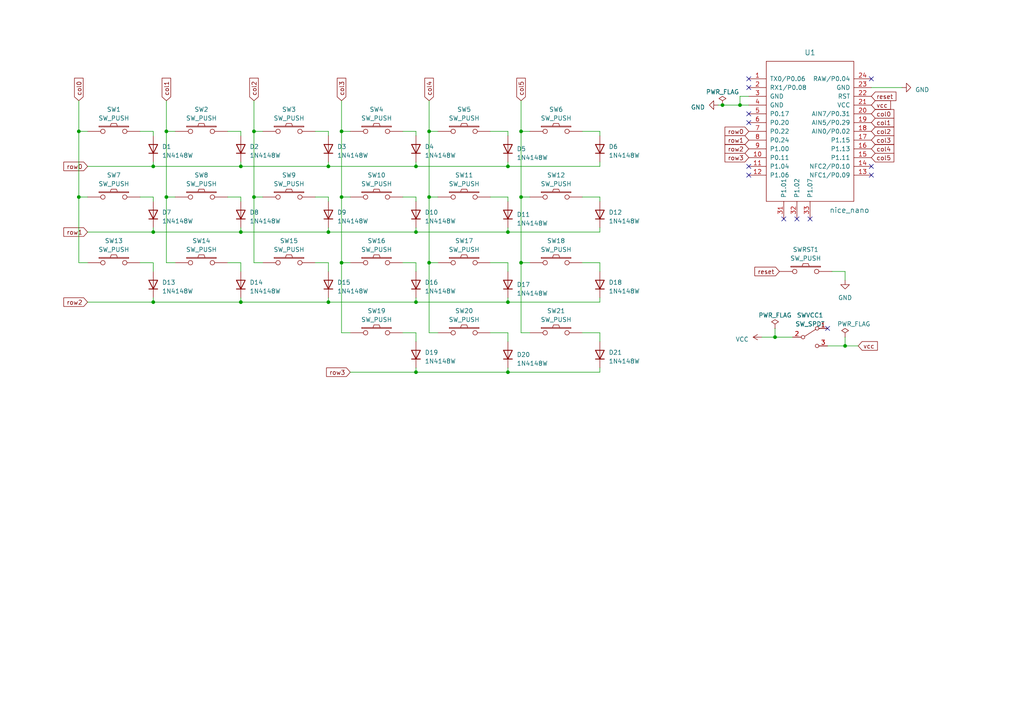
<source format=kicad_sch>
(kicad_sch (version 20230121) (generator eeschema)
  (paper "A4")
  (title_block (title "Corne alike keyboard") (date "2023-02-15") (rev "v1") (comment 2 "https://github.com/rastasheep/corne-alike-kbd") (comment 3 "License: MIT (https://github.com/rastasheep/corne-alike-kbd/blob/main/LICENSE)") (comment 4 "Author: Aleksandar Diklic - @rastasheep"))
  (lib_symbols
    (symbol "corne-alike:1N4148W" (pin_numbers hide) (pin_names hide)
      (property "Reference" "D" (at 0 2.54 0))
      (property "Value" "1N4148W" (at 0 -2.54 0))
      (symbol "1N4148W_0_1"
        (polyline (pts (xy -1.27 1.27) (xy -1.27 -1.27)) (stroke (width 0.254)))
        (polyline (pts (xy 1.27 0) (xy -1.27 0)))
        (polyline (pts (xy 1.27 1.27) (xy 1.27 -1.27) (xy -1.27 0) (xy 1.27 1.27)) (stroke (width 0.254)))
      )
      (symbol "1N4148W_1_1"
        (pin passive line (at -3.81 0 0) (length 2.54) (name "K") (number "1"))
        (pin passive line (at 3.81 0 180) (length 2.54) (name "A") (number "2"))
      )
    )
    (symbol "corne-alike:SW_PUSH" (pin_numbers hide) (pin_names (offset 1.016) hide)
      (property "Reference" "SW" (at 3.81 2.794 0))
      (property "Value" "SW_PUSH" (at 0 -2.032 0))
      (symbol "SW_PUSH_0_1"
        (rectangle (start -4.318 1.27) (end 4.318 1.524))
        (polyline (pts (xy -1.016 1.524) (xy -0.762 2.286) (xy 0.762 2.286) (xy 1.016 1.524)))
        (pin passive inverted (at -7.62 0 0) (length 5.08) (name "1") (number "1"))
        (pin passive inverted (at 7.62 0 180) (length 5.08) (name "2") (number "2"))
      )
    )
    (symbol "corne-alike:SW_SPDT" (pin_names (offset 0) hide)
      (property "Reference" "SW" (at 0 4.318 0))
      (property "Value" "SW_SPDT" (at 0 -5.08 0))
      (symbol "SW_SPDT_0_0"
        (circle (center -2.032 0) (radius 0.508))
        (circle (center 2.032 -2.54) (radius 0.508))
      )
      (symbol "SW_SPDT_0_1"
        (polyline (pts (xy -1.524 0.254) (xy 1.651 2.286)))
        (circle (center 2.032 2.54) (radius 0.508))
      )
      (symbol "SW_SPDT_1_1"
        (pin passive line (at 5.08 2.54 180) (length 2.54) (name "A") (number "1"))
        (pin passive line (at -5.08 0 0) (length 2.54) (name "B") (number "2"))
        (pin passive line (at 5.08 -2.54 180) (length 2.54) (name "C") (number "3"))
      )
    )
    (symbol "corne-alike:nice_nano" (pin_names (offset 1.016))
      (property "Reference" "U" (at -11.43 20.32 0))
      (property "Value" "nice_nano" (at 8.89 -22.86 0))
      (symbol "nice_nano_0_1"
        (rectangle (start -12.7 -21.59) (end 12.7 19.05))
      )
      (symbol "nice_nano_1_1"
        (pin bidirectional line (at -17.78 13.97 0) (length 5.08) (name "TX0/P0.06") (number "1"))
        (pin bidirectional line (at -17.78 -8.89 0) (length 5.08) (name "P0.11") (number "10"))
        (pin bidirectional line (at -17.78 -11.43 0) (length 5.08) (name "P1.04") (number "11"))
        (pin bidirectional line (at -17.78 -13.97 0) (length 5.08) (name "P1.06") (number "12"))
        (pin bidirectional line (at 17.78 -13.97 180) (length 5.08) (name "NFC1/P0.09") (number "13"))
        (pin bidirectional line (at 17.78 -11.43 180) (length 5.08) (name "NFC2/P0.10") (number "14"))
        (pin bidirectional line (at 17.78 -8.89 180) (length 5.08) (name "P1.11") (number "15"))
        (pin bidirectional line (at 17.78 -6.35 180) (length 5.08) (name "P1.13") (number "16"))
        (pin bidirectional line (at 17.78 -3.81 180) (length 5.08) (name "P1.15") (number "17"))
        (pin bidirectional line (at 17.78 -1.27 180) (length 5.08) (name "AIN0/P0.02") (number "18"))
        (pin bidirectional line (at 17.78 1.27 180) (length 5.08) (name "AIN5/P0.29") (number "19"))
        (pin bidirectional line (at -17.78 11.43 0) (length 5.08) (name "RX1/P0.08") (number "2"))
        (pin bidirectional line (at 17.78 3.81 180) (length 5.08) (name "AIN7/P0.31") (number "20"))
        (pin power_in line (at 17.78 6.35 180) (length 5.08) (name "VCC") (number "21"))
        (pin input line (at 17.78 8.89 180) (length 5.08) (name "RST") (number "22"))
        (pin power_in line (at 17.78 11.43 180) (length 5.08) (name "GND") (number "23"))
        (pin power_out line (at 17.78 13.97 180) (length 5.08) (name "RAW/P0.04") (number "24"))
        (pin power_in line (at -17.78 8.89 0) (length 5.08) (name "GND") (number "3"))
        (pin bidirectional line (at -7.62 -26.67 90) (length 5.08) (name "P1.01") (number "31"))
        (pin bidirectional line (at -3.81 -26.67 90) (length 5.08) (name "P1.02") (number "32"))
        (pin bidirectional line (at 0 -26.67 90) (length 5.08) (name "P1.07") (number "33"))
        (pin power_in line (at -17.78 6.35 0) (length 5.08) (name "GND") (number "4"))
        (pin bidirectional line (at -17.78 3.81 0) (length 5.08) (name "P0.17") (number "5"))
        (pin bidirectional line (at -17.78 1.27 0) (length 5.08) (name "P0.20") (number "6"))
        (pin bidirectional line (at -17.78 -1.27 0) (length 5.08) (name "P0.22") (number "7"))
        (pin bidirectional line (at -17.78 -3.81 0) (length 5.08) (name "P0.24") (number "8"))
        (pin bidirectional line (at -17.78 -6.35 0) (length 5.08) (name "P1.00") (number "9"))
      )
    )
    (symbol "power:GND" (power) (pin_names (offset 0))
      (property "Value" "GND" (at 0 -3.81 0))
      (symbol "GND_0_1"
        (polyline (pts (xy 0 0) (xy 0 -1.27) (xy 1.27 -1.27) (xy 0 -2.54) (xy -1.27 -1.27) (xy 0 -1.27)))
      )
      (symbol "GND_1_1"
        (pin power_in line (at 0 0 270) (length 0) hide (name "GND") (number "1"))
      )
    )
    (symbol "power:PWR_FLAG" (power) (pin_numbers hide) (pin_names (offset 0) hide)
      (property "Value" "PWR_FLAG" (at 0 3.81 0))
      (symbol "PWR_FLAG_0_0"
        (pin power_out line (at 0 0 90) (length 0) (name "pwr") (number "1"))
      )
      (symbol "PWR_FLAG_0_1"
        (polyline (pts (xy 0 0) (xy 0 1.27) (xy -1.016 1.905) (xy 0 2.54) (xy 1.016 1.905) (xy 0 1.27)))
      )
    )
    (symbol "power:VCC" (power) (pin_names (offset 0))
      (property "Value" "VCC" (at 0 3.81 0))
      (symbol "VCC_0_1"
        (polyline (pts (xy -0.762 1.27) (xy 0 2.54)))
        (polyline (pts (xy 0 0) (xy 0 2.54)))
        (polyline (pts (xy 0 2.54) (xy 0.762 1.27)))
      )
      (symbol "VCC_1_1"
        (pin power_in line (at 0 0 90) (length 0) hide (name "VCC") (number "1"))
      )
    )
  )
  (junction (at 120.65 48.26))
  (junction (at 44.45 87.63))
  (junction (at 120.65 67.31))
  (junction (at 69.85 48.26))
  (junction (at 151.13 76.2))
  (junction (at 124.46 38.1))
  (junction (at 209.55 30.48))
  (junction (at 95.25 87.63))
  (junction (at 73.66 38.1))
  (junction (at 124.46 76.2))
  (junction (at 22.86 57.15))
  (junction (at 147.32 48.26))
  (junction (at 69.85 67.31))
  (junction (at 147.32 67.31))
  (junction (at 73.66 57.15))
  (junction (at 120.65 107.95))
  (junction (at 95.25 48.26))
  (junction (at 124.46 57.15))
  (junction (at 48.26 57.15))
  (junction (at 44.45 48.26))
  (junction (at 147.32 87.63))
  (junction (at 99.06 38.1))
  (junction (at 99.06 76.2))
  (junction (at 44.45 67.31))
  (junction (at 99.06 57.15))
  (junction (at 224.79 97.79))
  (junction (at 95.25 67.31))
  (junction (at 48.26 38.1))
  (junction (at 69.85 87.63))
  (junction (at 120.65 87.63))
  (junction (at 151.13 57.15))
  (junction (at 147.32 107.95))
  (junction (at 214.63 30.48))
  (junction (at 151.13 38.1))
  (junction (at 245.11 100.33))
  (junction (at 22.86 38.1))
  (no_connect (at 252.73 48.26))
  (no_connect (at 217.17 48.26))
  (no_connect (at 252.73 22.86))
  (no_connect (at 217.17 50.8))
  (no_connect (at 217.17 33.02))
  (no_connect (at 252.73 50.8))
  (no_connect (at 227.33 63.5))
  (no_connect (at 217.17 25.4))
  (no_connect (at 217.17 22.86))
  (no_connect (at 217.17 35.56))
  (no_connect (at 240.03 95.25))
  (no_connect (at 234.95 63.5))
  (no_connect (at 231.14 63.5))
  (wire (pts (xy 209.55 30.48) (xy 214.63 30.48)))
  (wire (pts (xy 25.4 67.31) (xy 44.45 67.31)))
  (wire (pts (xy 44.45 76.2) (xy 44.45 78.74)))
  (wire (pts (xy 48.26 76.2) (xy 50.8 76.2)))
  (wire (pts (xy 48.26 38.1) (xy 50.8 38.1)))
  (wire (pts (xy 48.26 38.1) (xy 48.26 57.15)))
  (wire (pts (xy 151.13 76.2) (xy 153.67 76.2)))
  (wire (pts (xy 173.99 96.52) (xy 173.99 99.06)))
  (wire (pts (xy 124.46 76.2) (xy 127 76.2)))
  (wire (pts (xy 173.99 86.36) (xy 173.99 87.63)))
  (wire (pts (xy 120.65 86.36) (xy 120.65 87.63)))
  (wire (pts (xy 69.85 38.1) (xy 69.85 39.37)))
  (wire (pts (xy 168.91 96.52) (xy 173.99 96.52)))
  (wire (pts (xy 151.13 96.52) (xy 153.67 96.52)))
  (wire (pts (xy 99.06 38.1) (xy 99.06 57.15)))
  (wire (pts (xy 48.26 57.15) (xy 50.8 57.15)))
  (wire (pts (xy 95.25 86.36) (xy 95.25 87.63)))
  (wire (pts (xy 224.79 97.79) (xy 229.87 97.79)))
  (wire (pts (xy 69.85 46.99) (xy 69.85 48.26)))
  (wire (pts (xy 40.64 38.1) (xy 44.45 38.1)))
  (wire (pts (xy 120.65 87.63) (xy 147.32 87.63)))
  (wire (pts (xy 245.11 81.28) (xy 245.11 78.74)))
  (wire (pts (xy 69.85 48.26) (xy 95.25 48.26)))
  (wire (pts (xy 25.4 87.63) (xy 44.45 87.63)))
  (wire (pts (xy 44.45 67.31) (xy 44.45 66.04)))
  (wire (pts (xy 95.25 57.15) (xy 91.44 57.15)))
  (wire (pts (xy 173.99 38.1) (xy 173.99 39.37)))
  (wire (pts (xy 147.32 76.2) (xy 147.32 78.74)))
  (wire (pts (xy 224.79 95.25) (xy 224.79 97.79)))
  (wire (pts (xy 252.73 25.4) (xy 261.62 25.4)))
  (wire (pts (xy 120.65 58.42) (xy 120.65 57.15)))
  (wire (pts (xy 73.66 38.1) (xy 76.2 38.1)))
  (wire (pts (xy 120.65 107.95) (xy 147.32 107.95)))
  (wire (pts (xy 173.99 76.2) (xy 173.99 78.74)))
  (wire (pts (xy 95.25 38.1) (xy 95.25 39.37)))
  (wire (pts (xy 147.32 48.26) (xy 173.99 48.26)))
  (wire (pts (xy 91.44 38.1) (xy 95.25 38.1)))
  (wire (pts (xy 142.24 96.52) (xy 147.32 96.52)))
  (wire (pts (xy 168.91 38.1) (xy 173.99 38.1)))
  (wire (pts (xy 124.46 29.21) (xy 124.46 38.1)))
  (wire (pts (xy 214.63 30.48) (xy 217.17 30.48)))
  (wire (pts (xy 95.25 46.99) (xy 95.25 48.26)))
  (wire (pts (xy 95.25 48.26) (xy 120.65 48.26)))
  (wire (pts (xy 240.03 100.33) (xy 245.11 100.33)))
  (wire (pts (xy 168.91 57.15) (xy 173.99 57.15)))
  (wire (pts (xy 173.99 66.04) (xy 173.99 67.31)))
  (wire (pts (xy 44.45 86.36) (xy 44.45 87.63)))
  (wire (pts (xy 44.45 87.63) (xy 69.85 87.63)))
  (wire (pts (xy 40.64 57.15) (xy 44.45 57.15)))
  (wire (pts (xy 120.65 57.15) (xy 116.84 57.15)))
  (wire (pts (xy 124.46 96.52) (xy 127 96.52)))
  (wire (pts (xy 44.45 48.26) (xy 69.85 48.26)))
  (wire (pts (xy 69.85 87.63) (xy 95.25 87.63)))
  (wire (pts (xy 120.65 67.31) (xy 147.32 67.31)))
  (wire (pts (xy 73.66 29.21) (xy 73.66 38.1)))
  (wire (pts (xy 73.66 76.2) (xy 76.2 76.2)))
  (wire (pts (xy 151.13 38.1) (xy 153.67 38.1)))
  (wire (pts (xy 147.32 57.15) (xy 147.32 58.42)))
  (wire (pts (xy 44.45 57.15) (xy 44.45 58.42)))
  (wire (pts (xy 147.32 46.99) (xy 147.32 48.26)))
  (wire (pts (xy 44.45 67.31) (xy 69.85 67.31)))
  (wire (pts (xy 69.85 57.15) (xy 69.85 58.42)))
  (wire (pts (xy 245.11 78.74) (xy 241.3 78.74)))
  (wire (pts (xy 25.4 38.1) (xy 22.86 38.1)))
  (wire (pts (xy 147.32 96.52) (xy 147.32 99.06)))
  (wire (pts (xy 95.25 78.74) (xy 95.25 76.2)))
  (wire (pts (xy 40.64 76.2) (xy 44.45 76.2)))
  (wire (pts (xy 73.66 57.15) (xy 73.66 76.2)))
  (wire (pts (xy 116.84 96.52) (xy 120.65 96.52)))
  (wire (pts (xy 147.32 87.63) (xy 173.99 87.63)))
  (wire (pts (xy 120.65 48.26) (xy 147.32 48.26)))
  (wire (pts (xy 22.86 38.1) (xy 22.86 57.15)))
  (wire (pts (xy 173.99 106.68) (xy 173.99 107.95)))
  (wire (pts (xy 120.65 46.99) (xy 120.65 48.26)))
  (wire (pts (xy 151.13 29.21) (xy 151.13 38.1)))
  (wire (pts (xy 95.25 67.31) (xy 120.65 67.31)))
  (wire (pts (xy 151.13 38.1) (xy 151.13 57.15)))
  (wire (pts (xy 22.86 29.21) (xy 22.86 38.1)))
  (wire (pts (xy 116.84 76.2) (xy 120.65 76.2)))
  (wire (pts (xy 124.46 57.15) (xy 127 57.15)))
  (wire (pts (xy 147.32 107.95) (xy 173.99 107.95)))
  (wire (pts (xy 99.06 57.15) (xy 99.06 76.2)))
  (wire (pts (xy 120.65 106.68) (xy 120.65 107.95)))
  (wire (pts (xy 22.86 57.15) (xy 25.4 57.15)))
  (wire (pts (xy 69.85 76.2) (xy 69.85 78.74)))
  (wire (pts (xy 22.86 57.15) (xy 22.86 76.2)))
  (wire (pts (xy 44.45 46.99) (xy 44.45 48.26)))
  (wire (pts (xy 95.25 87.63) (xy 120.65 87.63)))
  (wire (pts (xy 99.06 57.15) (xy 101.6 57.15)))
  (wire (pts (xy 69.85 86.36) (xy 69.85 87.63)))
  (wire (pts (xy 142.24 38.1) (xy 147.32 38.1)))
  (wire (pts (xy 124.46 38.1) (xy 124.46 57.15)))
  (wire (pts (xy 173.99 48.26) (xy 173.99 46.99)))
  (wire (pts (xy 147.32 86.36) (xy 147.32 87.63)))
  (wire (pts (xy 116.84 38.1) (xy 120.65 38.1)))
  (wire (pts (xy 120.65 38.1) (xy 120.65 39.37)))
  (wire (pts (xy 66.04 76.2) (xy 69.85 76.2)))
  (wire (pts (xy 147.32 106.68) (xy 147.32 107.95)))
  (wire (pts (xy 99.06 76.2) (xy 99.06 96.52)))
  (wire (pts (xy 214.63 27.94) (xy 214.63 30.48)))
  (wire (pts (xy 120.65 66.04) (xy 120.65 67.31)))
  (wire (pts (xy 44.45 38.1) (xy 44.45 39.37)))
  (wire (pts (xy 124.46 38.1) (xy 127 38.1)))
  (wire (pts (xy 120.65 96.52) (xy 120.65 99.06)))
  (wire (pts (xy 151.13 57.15) (xy 153.67 57.15)))
  (wire (pts (xy 91.44 76.2) (xy 95.25 76.2)))
  (wire (pts (xy 147.32 67.31) (xy 173.99 67.31)))
  (wire (pts (xy 48.26 57.15) (xy 48.26 76.2)))
  (wire (pts (xy 147.32 38.1) (xy 147.32 39.37)))
  (wire (pts (xy 101.6 107.95) (xy 120.65 107.95)))
  (wire (pts (xy 66.04 57.15) (xy 69.85 57.15)))
  (wire (pts (xy 99.06 76.2) (xy 101.6 76.2)))
  (wire (pts (xy 208.28 30.48) (xy 209.55 30.48)))
  (wire (pts (xy 142.24 76.2) (xy 147.32 76.2)))
  (wire (pts (xy 73.66 38.1) (xy 73.66 57.15)))
  (wire (pts (xy 245.11 97.79) (xy 245.11 100.33)))
  (wire (pts (xy 95.25 66.04) (xy 95.25 67.31)))
  (wire (pts (xy 22.86 76.2) (xy 25.4 76.2)))
  (wire (pts (xy 124.46 76.2) (xy 124.46 96.52)))
  (wire (pts (xy 173.99 57.15) (xy 173.99 58.42)))
  (wire (pts (xy 245.11 100.33) (xy 248.92 100.33)))
  (wire (pts (xy 217.17 27.94) (xy 214.63 27.94)))
  (wire (pts (xy 147.32 66.04) (xy 147.32 67.31)))
  (wire (pts (xy 124.46 57.15) (xy 124.46 76.2)))
  (wire (pts (xy 220.98 97.79) (xy 224.79 97.79)))
  (wire (pts (xy 73.66 57.15) (xy 76.2 57.15)))
  (wire (pts (xy 120.65 76.2) (xy 120.65 78.74)))
  (wire (pts (xy 168.91 76.2) (xy 173.99 76.2)))
  (wire (pts (xy 95.25 58.42) (xy 95.25 57.15)))
  (wire (pts (xy 25.4 48.26) (xy 44.45 48.26)))
  (wire (pts (xy 99.06 29.21) (xy 99.06 38.1)))
  (wire (pts (xy 151.13 57.15) (xy 151.13 76.2)))
  (wire (pts (xy 142.24 57.15) (xy 147.32 57.15)))
  (wire (pts (xy 151.13 76.2) (xy 151.13 96.52)))
  (wire (pts (xy 69.85 67.31) (xy 95.25 67.31)))
  (wire (pts (xy 99.06 96.52) (xy 101.6 96.52)))
  (wire (pts (xy 69.85 67.31) (xy 69.85 66.04)))
  (wire (pts (xy 99.06 38.1) (xy 101.6 38.1)))
  (wire (pts (xy 48.26 29.21) (xy 48.26 38.1)))
  (wire (pts (xy 66.04 38.1) (xy 69.85 38.1)))
  (global_label "vcc" (shape input) (at 248.92 100.33 0) (property "Intersheetrefs" "${INTERSHEET_REFS}" (effects hide)))
  (global_label "col1" (shape input) (at 48.26 29.21 90) (property "Intersheetrefs" "${INTERSHEET_REFS}" (effects hide)))
  (global_label "col3" (shape input) (at 99.06 29.21 90) (property "Intersheetrefs" "${INTERSHEET_REFS}" (effects hide)))
  (global_label "col4" (shape input) (at 252.73 43.18 0) (property "Intersheetrefs" "${INTERSHEET_REFS}" (effects hide)))
  (global_label "row3" (shape input) (at 101.6 107.95 180) (property "Intersheetrefs" "${INTERSHEET_REFS}" (effects hide)))
  (global_label "col1" (shape input) (at 252.73 35.56 0) (property "Intersheetrefs" "${INTERSHEET_REFS}" (effects hide)))
  (global_label "row1" (shape input) (at 217.17 40.64 180) (property "Intersheetrefs" "${INTERSHEET_REFS}" (effects hide)))
  (global_label "row3" (shape input) (at 217.17 45.72 180) (property "Intersheetrefs" "${INTERSHEET_REFS}" (effects hide)))
  (global_label "row2" (shape input) (at 217.17 43.18 180) (property "Intersheetrefs" "${INTERSHEET_REFS}" (effects hide)))
  (global_label "reset" (shape input) (at 252.73 27.94 0) (property "Intersheetrefs" "${INTERSHEET_REFS}" (effects hide)))
  (global_label "row0" (shape input) (at 25.4 48.26 180) (property "Intersheetrefs" "${INTERSHEET_REFS}" (effects hide)))
  (global_label "col2" (shape input) (at 73.66 29.21 90) (property "Intersheetrefs" "${INTERSHEET_REFS}" (effects hide)))
  (global_label "vcc" (shape input) (at 252.73 30.48 0) (property "Intersheetrefs" "${INTERSHEET_REFS}" (effects hide)))
  (global_label "row1" (shape input) (at 25.4 67.31 180) (property "Intersheetrefs" "${INTERSHEET_REFS}" (effects hide)))
  (global_label "row2" (shape input) (at 25.4 87.63 180) (property "Intersheetrefs" "${INTERSHEET_REFS}" (effects hide)))
  (global_label "col5" (shape input) (at 151.13 29.21 90) (property "Intersheetrefs" "${INTERSHEET_REFS}" (effects hide)))
  (global_label "col5" (shape input) (at 252.73 45.72 0) (property "Intersheetrefs" "${INTERSHEET_REFS}" (effects hide)))
  (global_label "col0" (shape input) (at 22.86 29.21 90) (property "Intersheetrefs" "${INTERSHEET_REFS}" (effects hide)))
  (global_label "row0" (shape input) (at 217.17 38.1 180) (property "Intersheetrefs" "${INTERSHEET_REFS}" (effects hide)))
  (global_label "col0" (shape input) (at 252.73 33.02 0) (property "Intersheetrefs" "${INTERSHEET_REFS}" (effects hide)))
  (global_label "col2" (shape input) (at 252.73 38.1 0) (property "Intersheetrefs" "${INTERSHEET_REFS}" (effects hide)))
  (global_label "reset" (shape input) (at 226.06 78.74 180) (property "Intersheetrefs" "${INTERSHEET_REFS}" (effects hide)))
  (global_label "col4" (shape input) (at 124.46 29.21 90) (property "Intersheetrefs" "${INTERSHEET_REFS}" (effects hide)))
  (global_label "col3" (shape input) (at 252.73 40.64 0) (property "Intersheetrefs" "${INTERSHEET_REFS}" (effects hide)))
  (symbol (lib_id "corne-alike:SW_PUSH") (at 161.29 96.52 0) (unit 1)
    (property "Reference" "SW21" (at 161.29 90.17 0))
    (property "Value" "SW_PUSH" (at 161.29 92.71 0))
    (property "Footprint" "corne-alike:Kailh_PG1350" (effects hide))
  )
  (symbol (lib_id "corne-alike:SW_PUSH") (at 58.42 76.2 0) (unit 1)
    (property "Reference" "SW14" (at 58.42 69.85 0))
    (property "Value" "SW_PUSH" (at 58.42 72.39 0))
    (property "Footprint" "corne-alike:Kailh_PG1350" (effects hide))
  )
  (symbol (lib_id "corne-alike:1N4148W") (at 44.45 43.18 90) (unit 1)
    (property "Reference" "D1" (at 46.99 42.545 90) (effects (justify right)))
    (property "Value" "1N4148W" (at 46.99 45.085 90) (effects (justify right)))
    (property "Footprint" "corne-alike:D_SOD-123" (effects hide))
    (property "Datasheet" "https://www.vishay.com/docs/85748/1n4148w.pdf" (effects hide))
    (property "Sim.Device" "D" (effects hide))
    (property "Sim.Pins" "1=K 2=A" (effects hide))
  )
  (symbol (lib_id "power:GND") (at 208.28 30.48 270) (unit 1)
    (property "Reference" "#PWR04" (effects hide))
    (property "Value" "GND" (at 204.47 31.115 90) (effects (justify right)))
  )
  (symbol (lib_id "corne-alike:1N4148W") (at 120.65 62.23 90) (unit 1)
    (property "Reference" "D10" (at 123.19 61.595 90) (effects (justify right)))
    (property "Value" "1N4148W" (at 123.19 64.135 90) (effects (justify right)))
    (property "Footprint" "corne-alike:D_SOD-123" (effects hide))
    (property "Datasheet" "https://www.vishay.com/docs/85748/1n4148w.pdf" (effects hide))
    (property "Sim.Device" "D" (effects hide))
    (property "Sim.Pins" "1=K 2=A" (effects hide))
  )
  (symbol (lib_id "power:GND") (at 245.11 81.28 0) (unit 1)
    (property "Reference" "#PWR02" (effects hide))
    (property "Value" "GND" (at 245.11 86.36 0))
  )
  (symbol (lib_id "power:PWR_FLAG") (at 224.79 95.25 0) (unit 1)
    (property "Reference" "#FLG01" (effects hide))
    (property "Value" "PWR_FLAG" (at 224.79 91.44 0))
  )
  (symbol (lib_id "corne-alike:1N4148W") (at 173.99 62.23 90) (unit 1)
    (property "Reference" "D12" (at 176.53 61.595 90) (effects (justify right)))
    (property "Value" "1N4148W" (at 176.53 64.135 90) (effects (justify right)))
    (property "Footprint" "corne-alike:D_SOD-123" (effects hide))
    (property "Datasheet" "https://www.vishay.com/docs/85748/1n4148w.pdf" (effects hide))
    (property "Sim.Device" "D" (effects hide))
    (property "Sim.Pins" "1=K 2=A" (effects hide))
  )
  (symbol (lib_id "corne-alike:1N4148W") (at 95.25 43.18 90) (unit 1)
    (property "Reference" "D3" (at 97.79 42.545 90) (effects (justify right)))
    (property "Value" "1N4148W" (at 97.79 45.085 90) (effects (justify right)))
    (property "Footprint" "corne-alike:D_SOD-123" (effects hide))
    (property "Datasheet" "https://www.vishay.com/docs/85748/1n4148w.pdf" (effects hide))
    (property "Sim.Device" "D" (effects hide))
    (property "Sim.Pins" "1=K 2=A" (effects hide))
  )
  (symbol (lib_id "corne-alike:SW_PUSH") (at 58.42 38.1 0) (unit 1)
    (property "Reference" "SW2" (at 58.42 31.75 0))
    (property "Value" "SW_PUSH" (at 58.42 34.29 0))
    (property "Footprint" "corne-alike:Kailh_PG1350" (effects hide))
  )
  (symbol (lib_id "corne-alike:SW_PUSH") (at 161.29 57.15 0) (unit 1)
    (property "Reference" "SW12" (at 161.29 50.8 0))
    (property "Value" "SW_PUSH" (at 161.29 53.34 0))
    (property "Footprint" "corne-alike:Kailh_PG1350" (effects hide))
  )
  (symbol (lib_id "corne-alike:SW_PUSH") (at 134.62 96.52 0) (unit 1)
    (property "Reference" "SW20" (at 134.62 90.17 0))
    (property "Value" "SW_PUSH" (at 134.62 92.71 0))
    (property "Footprint" "corne-alike:Kailh_PG1350" (effects hide))
  )
  (symbol (lib_id "corne-alike:SW_SPDT") (at 234.95 97.79 0) (unit 1)
    (property "Reference" "SWVCC1" (at 234.95 91.44 0))
    (property "Value" "SW_SPDT" (at 234.95 93.98 0))
    (property "Footprint" "corne-alike:SW_EG1218" (effects hide))
  )
  (symbol (lib_id "power:GND") (at 261.62 25.4 90) (unit 1)
    (property "Reference" "#PWR01" (effects hide))
    (property "Value" "GND" (at 265.43 26.035 90) (effects (justify right)))
  )
  (symbol (lib_id "corne-alike:SW_PUSH") (at 58.42 57.15 0) (unit 1)
    (property "Reference" "SW8" (at 58.42 50.8 0))
    (property "Value" "SW_PUSH" (at 58.42 53.34 0))
    (property "Footprint" "corne-alike:Kailh_PG1350" (effects hide))
  )
  (symbol (lib_id "corne-alike:SW_PUSH") (at 161.29 76.2 0) (unit 1)
    (property "Reference" "SW18" (at 161.29 69.85 0))
    (property "Value" "SW_PUSH" (at 161.29 72.39 0))
    (property "Footprint" "corne-alike:Kailh_PG1350" (effects hide))
  )
  (symbol (lib_id "corne-alike:1N4148W") (at 69.85 43.18 90) (unit 1)
    (property "Reference" "D2" (at 72.39 42.545 90) (effects (justify right)))
    (property "Value" "1N4148W" (at 72.39 45.085 90) (effects (justify right)))
    (property "Footprint" "corne-alike:D_SOD-123" (effects hide))
    (property "Datasheet" "https://www.vishay.com/docs/85748/1n4148w.pdf" (effects hide))
    (property "Sim.Device" "D" (effects hide))
    (property "Sim.Pins" "1=K 2=A" (effects hide))
  )
  (symbol (lib_id "corne-alike:1N4148W") (at 69.85 82.55 90) (unit 1)
    (property "Reference" "D14" (at 72.39 81.915 90) (effects (justify right)))
    (property "Value" "1N4148W" (at 72.39 84.455 90) (effects (justify right)))
    (property "Footprint" "corne-alike:D_SOD-123" (effects hide))
    (property "Datasheet" "https://www.vishay.com/docs/85748/1n4148w.pdf" (effects hide))
    (property "Sim.Device" "D" (effects hide))
    (property "Sim.Pins" "1=K 2=A" (effects hide))
  )
  (symbol (lib_id "corne-alike:1N4148W") (at 120.65 102.87 90) (unit 1)
    (property "Reference" "D19" (at 123.19 102.235 90) (effects (justify right)))
    (property "Value" "1N4148W" (at 123.19 104.775 90) (effects (justify right)))
    (property "Footprint" "corne-alike:D_SOD-123" (effects hide))
    (property "Datasheet" "https://www.vishay.com/docs/85748/1n4148w.pdf" (effects hide))
    (property "Sim.Device" "D" (effects hide))
    (property "Sim.Pins" "1=K 2=A" (effects hide))
  )
  (symbol (lib_id "corne-alike:1N4148W") (at 147.32 43.18 90) (unit 1)
    (property "Reference" "D5" (at 149.86 43.18 90) (effects (justify right)))
    (property "Value" "1N4148W" (at 149.86 45.72 90) (effects (justify right)))
    (property "Footprint" "corne-alike:D_SOD-123" (effects hide))
    (property "Datasheet" "https://www.vishay.com/docs/85748/1n4148w.pdf" (effects hide))
    (property "Sim.Device" "D" (effects hide))
    (property "Sim.Pins" "1=K 2=A" (effects hide))
  )
  (symbol (lib_id "corne-alike:SW_PUSH") (at 83.82 76.2 0) (unit 1)
    (property "Reference" "SW15" (at 83.82 69.85 0))
    (property "Value" "SW_PUSH" (at 83.82 72.39 0))
    (property "Footprint" "corne-alike:Kailh_PG1350" (effects hide))
  )
  (symbol (lib_id "corne-alike:SW_PUSH") (at 161.29 38.1 0) (unit 1)
    (property "Reference" "SW6" (at 161.29 31.75 0))
    (property "Value" "SW_PUSH" (at 161.29 34.29 0))
    (property "Footprint" "corne-alike:Kailh_PG1350" (effects hide))
  )
  (symbol (lib_id "corne-alike:SW_PUSH") (at 83.82 57.15 0) (unit 1)
    (property "Reference" "SW9" (at 83.82 50.8 0))
    (property "Value" "SW_PUSH" (at 83.82 53.34 0))
    (property "Footprint" "corne-alike:Kailh_PG1350" (effects hide))
  )
  (symbol (lib_id "corne-alike:SW_PUSH") (at 109.22 57.15 0) (unit 1)
    (property "Reference" "SW10" (at 109.22 50.8 0))
    (property "Value" "SW_PUSH" (at 109.22 53.34 0))
    (property "Footprint" "corne-alike:Kailh_PG1350" (effects hide))
  )
  (symbol (lib_id "corne-alike:1N4148W") (at 120.65 82.55 90) (unit 1)
    (property "Reference" "D16" (at 123.19 81.915 90) (effects (justify right)))
    (property "Value" "1N4148W" (at 123.19 84.455 90) (effects (justify right)))
    (property "Footprint" "corne-alike:D_SOD-123" (effects hide))
    (property "Datasheet" "https://www.vishay.com/docs/85748/1n4148w.pdf" (effects hide))
    (property "Sim.Device" "D" (effects hide))
    (property "Sim.Pins" "1=K 2=A" (effects hide))
  )
  (symbol (lib_id "corne-alike:SW_PUSH") (at 134.62 38.1 0) (unit 1)
    (property "Reference" "SW5" (at 134.62 31.75 0))
    (property "Value" "SW_PUSH" (at 134.62 34.29 0))
    (property "Footprint" "corne-alike:Kailh_PG1350" (effects hide))
  )
  (symbol (lib_id "corne-alike:SW_PUSH") (at 233.68 78.74 0) (unit 1)
    (property "Reference" "SWRST1" (at 233.68 72.39 0))
    (property "Value" "SW_PUSH" (at 233.68 74.93 0))
    (property "Footprint" "corne-alike:SW_TVBP06" (effects hide))
  )
  (symbol (lib_id "corne-alike:SW_PUSH") (at 33.02 38.1 0) (unit 1)
    (property "Reference" "SW1" (at 33.02 31.75 0))
    (property "Value" "SW_PUSH" (at 33.02 34.29 0))
    (property "Footprint" "corne-alike:Kailh_PG1350" (effects hide))
  )
  (symbol (lib_id "corne-alike:SW_PUSH") (at 134.62 76.2 0) (unit 1)
    (property "Reference" "SW17" (at 134.62 69.85 0))
    (property "Value" "SW_PUSH" (at 134.62 72.39 0))
    (property "Footprint" "corne-alike:Kailh_PG1350" (effects hide))
  )
  (symbol (lib_id "corne-alike:1N4148W") (at 173.99 102.87 90) (unit 1)
    (property "Reference" "D21" (at 176.53 102.235 90) (effects (justify right)))
    (property "Value" "1N4148W" (at 176.53 104.775 90) (effects (justify right)))
    (property "Footprint" "corne-alike:D_SOD-123" (effects hide))
    (property "Datasheet" "https://www.vishay.com/docs/85748/1n4148w.pdf" (effects hide))
    (property "Sim.Device" "D" (effects hide))
    (property "Sim.Pins" "1=K 2=A" (effects hide))
  )
  (symbol (lib_id "corne-alike:1N4148W") (at 95.25 62.23 90) (unit 1)
    (property "Reference" "D9" (at 97.79 61.595 90) (effects (justify right)))
    (property "Value" "1N4148W" (at 97.79 64.135 90) (effects (justify right)))
    (property "Footprint" "corne-alike:D_SOD-123" (effects hide))
    (property "Datasheet" "https://www.vishay.com/docs/85748/1n4148w.pdf" (effects hide))
    (property "Sim.Device" "D" (effects hide))
    (property "Sim.Pins" "1=K 2=A" (effects hide))
  )
  (symbol (lib_id "corne-alike:SW_PUSH") (at 134.62 57.15 0) (unit 1)
    (property "Reference" "SW11" (at 134.62 50.8 0))
    (property "Value" "SW_PUSH" (at 134.62 53.34 0))
    (property "Footprint" "corne-alike:Kailh_PG1350" (effects hide))
  )
  (symbol (lib_id "power:PWR_FLAG") (at 209.55 30.48 0) (unit 1)
    (property "Reference" "#FLG02" (effects hide))
    (property "Value" "PWR_FLAG" (at 209.55 26.67 0))
  )
  (symbol (lib_id "corne-alike:nice_nano") (at 234.95 36.83 0) (unit 1)
    (property "Reference" "U1" (at 234.95 15.24 0) (effects (font (size 1.524 1.524))))
    (property "Value" "nice_nano" (at 246.38 60.96 0) (effects (font (size 1.524 1.524))))
    (property "Footprint" "corne-alike:nice_nano" (effects hide))
  )
  (symbol (lib_id "corne-alike:1N4148W") (at 173.99 43.18 90) (unit 1)
    (property "Reference" "D6" (at 176.53 42.545 90) (effects (justify right)))
    (property "Value" "1N4148W" (at 176.53 45.085 90) (effects (justify right)))
    (property "Footprint" "corne-alike:D_SOD-123" (effects hide))
    (property "Datasheet" "https://www.vishay.com/docs/85748/1n4148w.pdf" (effects hide))
    (property "Sim.Device" "D" (effects hide))
    (property "Sim.Pins" "1=K 2=A" (effects hide))
  )
  (symbol (lib_id "corne-alike:SW_PUSH") (at 33.02 76.2 0) (unit 1)
    (property "Reference" "SW13" (at 33.02 69.85 0))
    (property "Value" "SW_PUSH" (at 33.02 72.39 0))
    (property "Footprint" "corne-alike:Kailh_PG1350" (effects hide))
  )
  (symbol (lib_id "corne-alike:1N4148W") (at 44.45 82.55 90) (unit 1)
    (property "Reference" "D13" (at 46.99 81.915 90) (effects (justify right)))
    (property "Value" "1N4148W" (at 46.99 84.455 90) (effects (justify right)))
    (property "Footprint" "corne-alike:D_SOD-123" (effects hide))
    (property "Datasheet" "https://www.vishay.com/docs/85748/1n4148w.pdf" (effects hide))
    (property "Sim.Device" "D" (effects hide))
    (property "Sim.Pins" "1=K 2=A" (effects hide))
  )
  (symbol (lib_id "corne-alike:SW_PUSH") (at 109.22 76.2 0) (unit 1)
    (property "Reference" "SW16" (at 109.22 69.85 0))
    (property "Value" "SW_PUSH" (at 109.22 72.39 0))
    (property "Footprint" "corne-alike:Kailh_PG1350" (effects hide))
  )
  (symbol (lib_id "corne-alike:1N4148W") (at 120.65 43.18 90) (unit 1)
    (property "Reference" "D4" (at 123.19 42.545 90) (effects (justify right)))
    (property "Value" "1N4148W" (at 123.19 45.085 90) (effects (justify right)))
    (property "Footprint" "corne-alike:D_SOD-123" (effects hide))
    (property "Datasheet" "https://www.vishay.com/docs/85748/1n4148w.pdf" (effects hide))
    (property "Sim.Device" "D" (effects hide))
    (property "Sim.Pins" "1=K 2=A" (effects hide))
  )
  (symbol (lib_id "corne-alike:SW_PUSH") (at 109.22 96.52 0) (unit 1)
    (property "Reference" "SW19" (at 109.22 90.17 0))
    (property "Value" "SW_PUSH" (at 109.22 92.71 0))
    (property "Footprint" "corne-alike:Kailh_PG1350" (effects hide))
  )
  (symbol (lib_id "corne-alike:SW_PUSH") (at 33.02 57.15 0) (unit 1)
    (property "Reference" "SW7" (at 33.02 50.8 0))
    (property "Value" "SW_PUSH" (at 33.02 53.34 0))
    (property "Footprint" "corne-alike:Kailh_PG1350" (effects hide))
  )
  (symbol (lib_id "corne-alike:SW_PUSH") (at 109.22 38.1 0) (unit 1)
    (property "Reference" "SW4" (at 109.22 31.75 0))
    (property "Value" "SW_PUSH" (at 109.22 34.29 0))
    (property "Footprint" "corne-alike:Kailh_PG1350" (effects hide))
  )
  (symbol (lib_id "corne-alike:SW_PUSH") (at 83.82 38.1 0) (unit 1)
    (property "Reference" "SW3" (at 83.82 31.75 0))
    (property "Value" "SW_PUSH" (at 83.82 34.29 0))
    (property "Footprint" "corne-alike:Kailh_PG1350" (effects hide))
  )
  (symbol (lib_id "corne-alike:1N4148W") (at 173.99 82.55 90) (unit 1)
    (property "Reference" "D18" (at 176.53 81.915 90) (effects (justify right)))
    (property "Value" "1N4148W" (at 176.53 84.455 90) (effects (justify right)))
    (property "Footprint" "corne-alike:D_SOD-123" (effects hide))
    (property "Datasheet" "https://www.vishay.com/docs/85748/1n4148w.pdf" (effects hide))
    (property "Sim.Device" "D" (effects hide))
    (property "Sim.Pins" "1=K 2=A" (effects hide))
  )
  (symbol (lib_id "power:PWR_FLAG") (at 245.11 97.79 0) (unit 1)
    (property "Reference" "#FLG03" (effects hide))
    (property "Value" "PWR_FLAG" (at 247.65 93.98 0))
  )
  (symbol (lib_id "power:VCC") (at 220.98 97.79 90) (unit 1)
    (property "Reference" "#PWR05" (effects hide))
    (property "Value" "VCC" (at 217.17 98.425 90) (effects (justify left)))
  )
  (symbol (lib_id "corne-alike:1N4148W") (at 147.32 102.87 90) (unit 1)
    (property "Reference" "D20" (at 149.86 102.87 90) (effects (justify right)))
    (property "Value" "1N4148W" (at 149.86 105.41 90) (effects (justify right)))
    (property "Footprint" "corne-alike:D_SOD-123" (effects hide))
    (property "Datasheet" "https://www.vishay.com/docs/85748/1n4148w.pdf" (effects hide))
    (property "Sim.Device" "D" (effects hide))
    (property "Sim.Pins" "1=K 2=A" (effects hide))
  )
  (symbol (lib_id "corne-alike:1N4148W") (at 69.85 62.23 90) (unit 1)
    (property "Reference" "D8" (at 72.39 61.595 90) (effects (justify right)))
    (property "Value" "1N4148W" (at 72.39 64.135 90) (effects (justify right)))
    (property "Footprint" "corne-alike:D_SOD-123" (effects hide))
    (property "Datasheet" "https://www.vishay.com/docs/85748/1n4148w.pdf" (effects hide))
    (property "Sim.Device" "D" (effects hide))
    (property "Sim.Pins" "1=K 2=A" (effects hide))
  )
  (symbol (lib_id "corne-alike:1N4148W") (at 147.32 82.55 90) (unit 1)
    (property "Reference" "D17" (at 149.86 82.55 90) (effects (justify right)))
    (property "Value" "1N4148W" (at 149.86 85.09 90) (effects (justify right)))
    (property "Footprint" "corne-alike:D_SOD-123" (effects hide))
    (property "Datasheet" "https://www.vishay.com/docs/85748/1n4148w.pdf" (effects hide))
    (property "Sim.Device" "D" (effects hide))
    (property "Sim.Pins" "1=K 2=A" (effects hide))
  )
  (symbol (lib_id "corne-alike:1N4148W") (at 44.45 62.23 90) (unit 1)
    (property "Reference" "D7" (at 46.99 61.595 90) (effects (justify right)))
    (property "Value" "1N4148W" (at 46.99 64.135 90) (effects (justify right)))
    (property "Footprint" "corne-alike:D_SOD-123" (effects hide))
    (property "Datasheet" "https://www.vishay.com/docs/85748/1n4148w.pdf" (effects hide))
    (property "Sim.Device" "D" (effects hide))
    (property "Sim.Pins" "1=K 2=A" (effects hide))
  )
  (symbol (lib_id "corne-alike:1N4148W") (at 147.32 62.23 90) (unit 1)
    (property "Reference" "D11" (at 149.86 62.23 90) (effects (justify right)))
    (property "Value" "1N4148W" (at 149.86 64.77 90) (effects (justify right)))
    (property "Footprint" "corne-alike:D_SOD-123" (effects hide))
    (property "Datasheet" "https://www.vishay.com/docs/85748/1n4148w.pdf" (effects hide))
    (property "Sim.Device" "D" (effects hide))
    (property "Sim.Pins" "1=K 2=A" (effects hide))
  )
  (symbol (lib_id "corne-alike:1N4148W") (at 95.25 82.55 90) (unit 1)
    (property "Reference" "D15" (at 97.79 81.915 90) (effects (justify right)))
    (property "Value" "1N4148W" (at 97.79 84.455 90) (effects (justify right)))
    (property "Footprint" "corne-alike:D_SOD-123" (effects hide))
    (property "Datasheet" "https://www.vishay.com/docs/85748/1n4148w.pdf" (effects hide))
    (property "Sim.Device" "D" (effects hide))
    (property "Sim.Pins" "1=K 2=A" (effects hide))
  )
)
</source>
